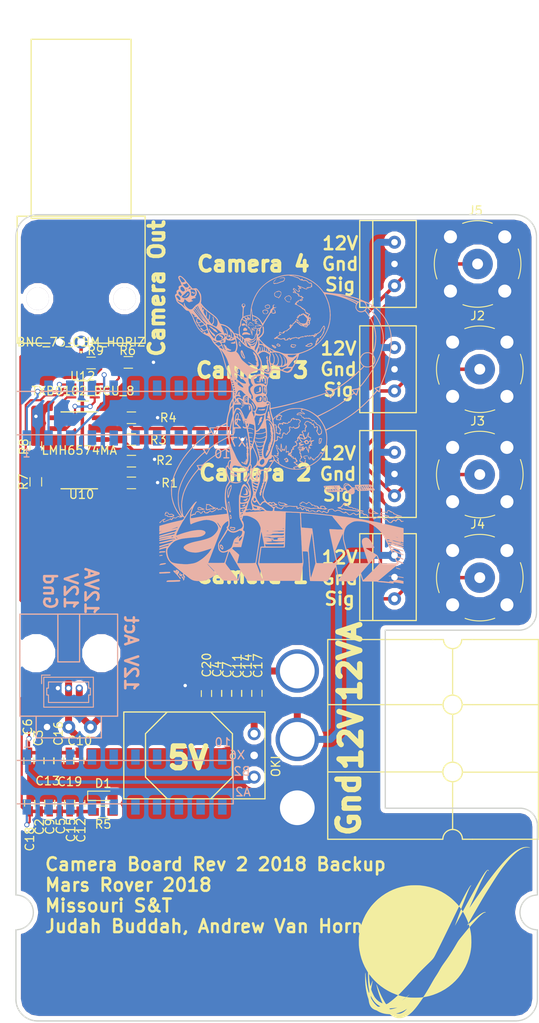
<source format=kicad_pcb>
(kicad_pcb (version 4) (host pcbnew 4.0.7)
  (layers (0 F.Cu signal) (31 B.Cu signal) (34 B.Paste user) (35 F.Paste user) (36 B.SilkS user) (37 F.SilkS user) (38 B.Mask user) (39 F.Mask user) (44 Edge.Cuts user))
  (net 0 "")
  (net 1 12VA)
  (net 2 12V)
  (net 3 Gnd)
  (net 4 3.3V)
  (net 5 5V)
  (net 6 "Net-(D1-Pad2)")
  (net 7 Camera1_In)
  (net 8 Camera2_In)
  (net 9 Camera3_In)
  (net 10 Camera4_In)
  (net 11 OE)
  (net 12 "Net-(R7-Pad1)")
  (net 13 "Net-(R7-Pad2)")
  (net 14 Video_Out)
  (net 15 A1)
  (net 16 A2)
  (net 17 B1)
  (net 18 B2)
  (module MRDT_Connectors:Anderson_3_Horisontal_Side_by_Side (layer F.Cu) (at 146.3294 163.577 180)
    (fp_text reference C8 hide)
    (fp_text value Anderson_3)
    (pad 3 thru_hole circle (at 3.5814 -3.684 180) (size 5.08 5.08) (drill 4.06) (layers *.Cu *.Mask F.Paste) (net 1 12VA))
    (pad 2 thru_hole circle (at 3.5814 -11.683 180) (size 5.08 5.08) (drill 4.06) (layers *.Cu *.Mask F.Paste) (net 2 12V))
    (pad 1 thru_hole circle (at 3.5814 -19.684 180) (size 5.08 5.08) (drill 4.06) (layers *.Cu *.Mask F.Paste) (net 3 Gnd))
  )
  (module MRDT_Devices:OKI_Horisontal (layer F.Cu) (at 138.97356 172.05452 270)
    (fp_text reference U9 hide)
    (fp_text value OKI (at 6.35 -1.27 270) (layer F.SilkS))
    (pad 1 thru_hole circle (at 2.54 1.27 270) (size 1.524 1.524) (drill 0.889) (layers *.Cu *.Mask) (net 2 12V))
    (pad 2 thru_hole circle (at 5.08 1.27 270) (size 1.524 1.524) (drill 0.889) (layers *.Cu *.Mask) (net 3 Gnd))
    (pad 3 thru_hole circle (at 7.62 1.27 270) (size 1.524 1.524) (drill 0.889) (layers *.Cu *.Mask) (net 5 5V))
  )
  (module MRDT_Connectors:MOLEX_SL_3_Horizontal (layer B.Cu) (at 116.0272 173.8122 180)
    (fp_text reference U13 hide)
    (fp_text value Molex_SL_3)
    (pad 1 thru_hole circle (at -2.54 0 180) (size 1.524 1.524) (drill 0.762) (layers *.Cu *.Mask) (net 1 12VA))
    (pad 2 thru_hole circle (at 0 0 180) (size 1.524 1.524) (drill 0.762) (layers *.Cu *.Mask) (net 2 12V))
    (pad 3 thru_hole circle (at 2.54 0 180) (size 1.524 1.524) (drill 0.762) (layers *.Cu *.Mask) (net 3 Gnd))
    (pad "" np_thru_hole circle (at -3.81 8.636 180) (size 3.45 3.45) (drill 3.45) (layers *.Cu *.Mask))
    (pad "" np_thru_hole circle (at 3.81 8.636 180) (size 3.45 3.45) (drill 3.45) (layers *.Cu *.Mask))
  )
  (module Connectors_Molex:Molex_PicoBlade_53047-0310_03x1.25mm_Straight (layer B.Cu) (at 114.7572 169.2656)
    (fp_text reference U14 hide)
    (fp_text value Picoblade_3)
    (pad 1 thru_hole rect (at 0 0) (size 0.85 0.85) (drill 0.5) (layers *.Cu *.Mask) (net 3 Gnd))
    (pad 2 thru_hole circle (at 1.25 0) (size 0.85 0.85) (drill 0.5) (layers *.Cu *.Mask) (net 2 12V))
    (pad 3 thru_hole circle (at 2.5 0) (size 0.85 0.85) (drill 0.5) (layers *.Cu *.Mask) (net 1 12VA))
  )
  (module Capacitors_SMD:C_0603_HandSoldering (layer F.Cu) (at 112.63122 182.73014 90)
    (fp_text reference C2 (at -2.75336 -0.02032 90) (layer F.SilkS))
    (fp_text value 10uf)
    (pad 1 smd rect (at -0.95 0 90) (size 1.2 0.75) (layers F.Cu F.Paste F.Mask) (net 4 3.3V))
    (pad 2 smd rect (at 0.95 0 90) (size 1.2 0.75) (layers F.Cu F.Paste F.Mask) (net 3 Gnd))
  )
  (module Capacitors_SMD:C_0603_HandSoldering (layer F.Cu) (at 112.55248 177.76698 270)
    (fp_text reference C3 (at -2.67208 0.06858 270) (layer F.SilkS))
    (fp_text value 10uf)
    (pad 1 smd rect (at -0.95 0 270) (size 1.2 0.75) (layers F.Cu F.Paste F.Mask) (net 5 5V))
    (pad 2 smd rect (at 0.95 0 270) (size 1.2 0.75) (layers F.Cu F.Paste F.Mask) (net 3 Gnd))
  )
  (module Capacitors_SMD:C_0603_HandSoldering (layer F.Cu) (at 133.3246 169.8752 90)
    (fp_text reference C4 (at 2.8448 0.0508 90) (layer F.SilkS))
    (fp_text value 10uf)
    (pad 1 smd rect (at -0.95 0 90) (size 1.2 0.75) (layers F.Cu F.Paste F.Mask) (net 2 12V))
    (pad 2 smd rect (at 0.95 0 90) (size 1.2 0.75) (layers F.Cu F.Paste F.Mask) (net 3 Gnd))
  )
  (module Capacitors_SMD:C_0603_HandSoldering (layer F.Cu) (at 114.96802 182.73014 90)
    (fp_text reference C5 (at -2.67716 0.11938 90) (layer F.SilkS))
    (fp_text value 10uf)
    (pad 1 smd rect (at -0.95 0 90) (size 1.2 0.75) (layers F.Cu F.Paste F.Mask) (net 4 3.3V))
    (pad 2 smd rect (at 0.95 0 90) (size 1.2 0.75) (layers F.Cu F.Paste F.Mask) (net 3 Gnd))
  )
  (module Capacitors_SMD:C_0603_HandSoldering (layer F.Cu) (at 111.38408 177.76698 270)
    (fp_text reference C6 (at -3.98018 0.15748 270) (layer F.SilkS))
    (fp_text value 10uf)
    (pad 1 smd rect (at -0.95 0 270) (size 1.2 0.75) (layers F.Cu F.Paste F.Mask) (net 5 5V))
    (pad 2 smd rect (at 0.95 0 270) (size 1.2 0.75) (layers F.Cu F.Paste F.Mask) (net 3 Gnd))
  )
  (module Capacitors_SMD:C_0603_HandSoldering (layer F.Cu) (at 134.493 169.8752 90)
    (fp_text reference C7 (at 2.7686 0.0508 90) (layer F.SilkS))
    (fp_text value 10uf)
    (pad 1 smd rect (at -0.95 0 90) (size 1.2 0.75) (layers F.Cu F.Paste F.Mask) (net 2 12V))
    (pad 2 smd rect (at 0.95 0 90) (size 1.2 0.75) (layers F.Cu F.Paste F.Mask) (net 3 Gnd))
  )
  (module Capacitors_SMD:C_0603_HandSoldering (layer F.Cu) (at 113.79962 182.73014 90)
    (fp_text reference C9 (at -2.71526 0.03048 90) (layer F.SilkS))
    (fp_text value 10uf)
    (pad 1 smd rect (at -0.95 0 90) (size 1.2 0.75) (layers F.Cu F.Paste F.Mask) (net 4 3.3V))
    (pad 2 smd rect (at 0.95 0 90) (size 1.2 0.75) (layers F.Cu F.Paste F.Mask) (net 3 Gnd))
  )
  (module Capacitors_SMD:C_0603_HandSoldering (layer F.Cu) (at 117.20068 177.76698 270)
    (fp_text reference C10 (at -2.34188 -0.10922 360) (layer F.SilkS))
    (fp_text value 10uf)
    (pad 1 smd rect (at -0.95 0 270) (size 1.2 0.75) (layers F.Cu F.Paste F.Mask) (net 5 5V))
    (pad 2 smd rect (at 0.95 0 270) (size 1.2 0.75) (layers F.Cu F.Paste F.Mask) (net 3 Gnd))
  )
  (module Capacitors_SMD:C_0603_HandSoldering (layer F.Cu) (at 135.6614 169.8752 90)
    (fp_text reference C11 (at 3.2131 0.0635 90) (layer F.SilkS))
    (fp_text value 10uf)
    (pad 1 smd rect (at -0.95 0 90) (size 1.2 0.75) (layers F.Cu F.Paste F.Mask) (net 2 12V))
    (pad 2 smd rect (at 0.95 0 90) (size 1.2 0.75) (layers F.Cu F.Paste F.Mask) (net 3 Gnd))
  )
  (module Capacitors_SMD:C_0603_HandSoldering (layer F.Cu) (at 117.30482 182.75554 90)
    (fp_text reference C12 (at -3.13436 0.15748 90) (layer F.SilkS))
    (fp_text value 10uf)
    (pad 1 smd rect (at -0.95 0 90) (size 1.2 0.75) (layers F.Cu F.Paste F.Mask) (net 4 3.3V))
    (pad 2 smd rect (at 0.95 0 90) (size 1.2 0.75) (layers F.Cu F.Paste F.Mask) (net 3 Gnd))
  )
  (module Capacitors_SMD:C_0603_HandSoldering (layer F.Cu) (at 113.72088 177.76698 270)
    (fp_text reference C13 (at 2.35712 0.14478 360) (layer F.SilkS))
    (fp_text value 10uf)
    (pad 1 smd rect (at -0.95 0 270) (size 1.2 0.75) (layers F.Cu F.Paste F.Mask) (net 5 5V))
    (pad 2 smd rect (at 0.95 0 270) (size 1.2 0.75) (layers F.Cu F.Paste F.Mask) (net 3 Gnd))
  )
  (module Capacitors_SMD:C_0603_HandSoldering (layer F.Cu) (at 136.8298 169.8752 90)
    (fp_text reference C14 (at 3.2131 0.0762 90) (layer F.SilkS))
    (fp_text value 10uf)
    (pad 1 smd rect (at -0.95 0 90) (size 1.2 0.75) (layers F.Cu F.Paste F.Mask) (net 2 12V))
    (pad 2 smd rect (at 0.95 0 90) (size 1.2 0.75) (layers F.Cu F.Paste F.Mask) (net 3 Gnd))
  )
  (module Capacitors_SMD:C_0603_HandSoldering (layer F.Cu) (at 116.13642 182.73014 90)
    (fp_text reference C15 (at -3.12166 0.14478 90) (layer F.SilkS))
    (fp_text value 10uf)
    (pad 1 smd rect (at -0.95 0 90) (size 1.2 0.75) (layers F.Cu F.Paste F.Mask) (net 4 3.3V))
    (pad 2 smd rect (at 0.95 0 90) (size 1.2 0.75) (layers F.Cu F.Paste F.Mask) (net 3 Gnd))
  )
  (module Capacitors_SMD:C_0603_HandSoldering (layer F.Cu) (at 114.86388 177.76698 270)
    (fp_text reference C16 (at -3.20548 0.04318 270) (layer F.SilkS))
    (fp_text value 10uf)
    (pad 1 smd rect (at -0.95 0 270) (size 1.2 0.75) (layers F.Cu F.Paste F.Mask) (net 5 5V))
    (pad 2 smd rect (at 0.95 0 270) (size 1.2 0.75) (layers F.Cu F.Paste F.Mask) (net 3 Gnd))
  )
  (module Capacitors_SMD:C_0603_HandSoldering (layer F.Cu) (at 138.0236 169.8752 90)
    (fp_text reference C17 (at 3.2385 0.127 90) (layer F.SilkS))
    (fp_text value 10uf)
    (pad 1 smd rect (at -0.95 0 90) (size 1.2 0.75) (layers F.Cu F.Paste F.Mask) (net 2 12V))
    (pad 2 smd rect (at 0.95 0 90) (size 1.2 0.75) (layers F.Cu F.Paste F.Mask) (net 3 Gnd))
  )
  (module Capacitors_SMD:C_0603_HandSoldering (layer F.Cu) (at 111.46282 182.73014 90)
    (fp_text reference C18 (at -4.18846 0.00508 90) (layer F.SilkS))
    (fp_text value 0.1uf)
    (pad 1 smd rect (at -0.95 0 90) (size 1.2 0.75) (layers F.Cu F.Paste F.Mask) (net 4 3.3V))
    (pad 2 smd rect (at 0.95 0 90) (size 1.2 0.75) (layers F.Cu F.Paste F.Mask) (net 3 Gnd))
  )
  (module Capacitors_SMD:C_0603_HandSoldering (layer F.Cu) (at 116.03228 177.76698 270)
    (fp_text reference C19 (at 2.44602 -0.12192 360) (layer F.SilkS))
    (fp_text value 0.1uf)
    (pad 1 smd rect (at -0.95 0 270) (size 1.2 0.75) (layers F.Cu F.Paste F.Mask) (net 5 5V))
    (pad 2 smd rect (at 0.95 0 270) (size 1.2 0.75) (layers F.Cu F.Paste F.Mask) (net 3 Gnd))
  )
  (module Capacitors_SMD:C_0603_HandSoldering (layer F.Cu) (at 132.1308 169.9006 90)
    (fp_text reference C20 (at 3.3401 0.0254 270) (layer F.SilkS))
    (fp_text value 0.1uf)
    (pad 1 smd rect (at -0.95 0 90) (size 1.2 0.75) (layers F.Cu F.Paste F.Mask) (net 2 12V))
    (pad 2 smd rect (at 0.95 0 90) (size 1.2 0.75) (layers F.Cu F.Paste F.Mask) (net 3 Gnd))
  )
  (module LEDs:LED_0603_HandSoldering (layer F.Cu) (at 120.0453 181.864)
    (fp_text reference D1 (at 0 -1.45) (layer F.SilkS))
    (fp_text value LED)
    (pad 1 smd rect (at -1.1 0) (size 1.2 0.9) (layers F.Cu F.Paste F.Mask) (net 3 Gnd))
    (pad 2 smd rect (at 1.1 0) (size 1.2 0.9) (layers F.Cu F.Paste F.Mask) (net 6 "Net-(D1-Pad2)"))
  )
  (module BNC-75-Ohm-HORIZONTAL:BNC-75-Ohm-HORIZONTAL-1-1478032-0 (layer F.Cu) (at 117.475 128.778)
    (fp_text reference J1 (at 0 0) (layer F.SilkS))
    (fp_text value BNC_75_OHM_HORIZ (at 0 0) (layer F.SilkS))
    (pad 1 thru_hole circle (at 0 0) (size 1.524 1.524) (drill 0.889) (layers *.Cu *.Mask) (net 14 Video_Out))
    (pad 2 thru_hole circle (at -2.54 0) (size 1.524 1.524) (drill 0.889) (layers *.Cu *.Mask) (net 3 Gnd))
    (pad 3 thru_hole circle (at -5.08 -5.08) (size 2.6416 2.6416) (drill 2.6416) (layers *.Cu *.Mask))
    (pad 4 thru_hole circle (at 5.08 -5.08) (size 2.6416 2.6416) (drill 2.6416) (layers *.Cu *.Mask))
  )
  (module Resistors_SMD:R_0603_HandSoldering (layer F.Cu) (at 123.3551 145.2499)
    (fp_text reference R1 (at 4.4704 0.0127) (layer F.SilkS))
    (fp_text value 75)
    (pad 1 smd rect (at -1.1 0) (size 1.2 0.9) (layers F.Cu F.Paste F.Mask) (net 7 Camera1_In))
    (pad 2 smd rect (at 1.1 0) (size 1.2 0.9) (layers F.Cu F.Paste F.Mask) (net 3 Gnd))
  )
  (module Resistors_SMD:R_0603_HandSoldering (layer F.Cu) (at 123.3551 142.7099)
    (fp_text reference R2 (at 3.8735 -0.0889) (layer F.SilkS))
    (fp_text value 75)
    (pad 1 smd rect (at -1.1 0) (size 1.2 0.9) (layers F.Cu F.Paste F.Mask) (net 8 Camera2_In))
    (pad 2 smd rect (at 1.1 0) (size 1.2 0.9) (layers F.Cu F.Paste F.Mask) (net 3 Gnd))
  )
  (module Resistors_SMD:R_0603_HandSoldering (layer F.Cu) (at 123.3551 140.1699)
    (fp_text reference R3 (at 3.1369 0.0254) (layer F.SilkS))
    (fp_text value 75)
    (pad 1 smd rect (at -1.1 0) (size 1.2 0.9) (layers F.Cu F.Paste F.Mask) (net 9 Camera3_In))
    (pad 2 smd rect (at 1.1 0) (size 1.2 0.9) (layers F.Cu F.Paste F.Mask) (net 3 Gnd))
  )
  (module Resistors_SMD:R_0603_HandSoldering (layer F.Cu) (at 123.3551 137.6299)
    (fp_text reference R4 (at 4.3053 0) (layer F.SilkS))
    (fp_text value 75)
    (pad 1 smd rect (at -1.1 0) (size 1.2 0.9) (layers F.Cu F.Paste F.Mask) (net 10 Camera4_In))
    (pad 2 smd rect (at 1.1 0) (size 1.2 0.9) (layers F.Cu F.Paste F.Mask) (net 3 Gnd))
  )
  (module Resistors_SMD:R_0603_HandSoldering (layer F.Cu) (at 120.0453 183.7436 180)
    (fp_text reference R5 (at 0 -1.45 180) (layer F.SilkS))
    (fp_text value 330)
    (pad 1 smd rect (at -1.1 0 180) (size 1.2 0.9) (layers F.Cu F.Paste F.Mask) (net 6 "Net-(D1-Pad2)"))
    (pad 2 smd rect (at 1.1 0 180) (size 1.2 0.9) (layers F.Cu F.Paste F.Mask) (net 4 3.3V))
  )
  (module Resistors_SMD:R_0603_HandSoldering (layer F.Cu) (at 122.99188 131.15036 180)
    (fp_text reference R6 (at 0.08128 1.38176 180) (layer F.SilkS))
    (fp_text value 100k)
    (pad 1 smd rect (at -1.1 0 180) (size 1.2 0.9) (layers F.Cu F.Paste F.Mask) (net 3 Gnd))
    (pad 2 smd rect (at 1.1 0 180) (size 1.2 0.9) (layers F.Cu F.Paste F.Mask) (net 4 3.3V))
  )
  (module Resistors_SMD:R_0603_HandSoldering (layer F.Cu) (at 112.1791 145.1229 90)
    (fp_text reference R7 (at 0 -1.45 90) (layer F.SilkS))
    (fp_text value 470)
    (pad 1 smd rect (at -1.1 0 90) (size 1.2 0.9) (layers F.Cu F.Paste F.Mask) (net 12 "Net-(R7-Pad1)"))
    (pad 2 smd rect (at 1.1 0 90) (size 1.2 0.9) (layers F.Cu F.Paste F.Mask) (net 13 "Net-(R7-Pad2)"))
  )
  (module Resistors_SMD:R_0603_HandSoldering (layer F.Cu) (at 112.1791 140.9319 90)
    (fp_text reference R8 (at -0.0889 -1.3843 270) (layer F.SilkS))
    (fp_text value 470)
    (pad 1 smd rect (at -1.1 0 90) (size 1.2 0.9) (layers F.Cu F.Paste F.Mask) (net 13 "Net-(R7-Pad2)"))
    (pad 2 smd rect (at 1.1 0 90) (size 1.2 0.9) (layers F.Cu F.Paste F.Mask) (net 3 Gnd))
  )
  (module Resistors_SMD:R_0603_HandSoldering (layer F.Cu) (at 118.6434 131.2164 180)
    (fp_text reference R9 (at -0.5334 1.4478 180) (layer F.SilkS))
    (fp_text value 75)
    (pad 1 smd rect (at -1.1 0 180) (size 1.2 0.9) (layers F.Cu F.Paste F.Mask) (net 12 "Net-(R7-Pad1)"))
    (pad 2 smd rect (at 1.1 0 180) (size 1.2 0.9) (layers F.Cu F.Paste F.Mask) (net 14 Video_Out))
  )
  (module LMH6574MANOPB:LMH6574MA&slash_NOPB (layer F.Cu) (at 117.2591 141.4399 180)
    (fp_text reference U10 (at -0.2667 -5.1689 180) (layer F.SilkS))
    (fp_text value LMH6574MA (at 0 0 180) (layer F.SilkS))
    (pad 1 smd rect (at -2.4638 -3.81 180) (size 1.9812 0.5588) (layers F.Cu F.Paste F.Mask) (net 7 Camera1_In))
    (pad 2 smd rect (at -2.4638 -2.54 180) (size 1.9812 0.5588) (layers F.Cu F.Paste F.Mask) (net 3 Gnd))
    (pad 3 smd rect (at -2.4638 -1.27 180) (size 1.9812 0.5588) (layers F.Cu F.Paste F.Mask) (net 8 Camera2_In))
    (pad 4 smd rect (at -2.4638 0 180) (size 1.9812 0.5588) (layers F.Cu F.Paste F.Mask) (net 3 Gnd))
    (pad 5 smd rect (at -2.4638 1.27 180) (size 1.9812 0.5588) (layers F.Cu F.Paste F.Mask) (net 9 Camera3_In))
    (pad 6 smd rect (at -2.4638 2.54 180) (size 1.9812 0.5588) (layers F.Cu F.Paste F.Mask) (net 3 Gnd))
    (pad 7 smd rect (at -2.4638 3.81 180) (size 1.9812 0.5588) (layers F.Cu F.Paste F.Mask) (net 10 Camera4_In))
    (pad 8 smd rect (at 2.4638 3.81 180) (size 1.9812 0.5588) (layers F.Cu F.Paste F.Mask) (net 17 B1))
    (pad 9 smd rect (at 2.4638 2.54 180) (size 1.9812 0.5588) (layers F.Cu F.Paste F.Mask) (net 18 B2))
    (pad 10 smd rect (at 2.4638 1.27 180) (size 1.9812 0.5588) (layers F.Cu F.Paste F.Mask) (net 3 Gnd))
    (pad 11 smd rect (at 2.4638 0 180) (size 1.9812 0.5588) (layers F.Cu F.Paste F.Mask) (net 3 Gnd))
    (pad 12 smd rect (at 2.4638 -1.27 180) (size 1.9812 0.5588) (layers F.Cu F.Paste F.Mask) (net 13 "Net-(R7-Pad2)"))
    (pad 13 smd rect (at 2.4638 -2.54 180) (size 1.9812 0.5588) (layers F.Cu F.Paste F.Mask) (net 12 "Net-(R7-Pad1)"))
    (pad 14 smd rect (at 2.4638 -3.81 180) (size 1.9812 0.5588) (layers F.Cu F.Paste F.Mask) (net 2 12V))
  )
  (module TXB0102DCUR:TXB0102DCUR (layer F.Cu) (at 117.6909 134.493 180)
    (fp_text reference U12 (at 0.0381 1.7272 180) (layer F.SilkS))
    (fp_text value TXB0102_DCU_8 (at 0 0 180) (layer F.SilkS))
    (pad 1 smd rect (at -1.3716 -0.750001 180) (size 1.1684 0.254) (layers F.Cu F.Paste F.Mask) (net 18 B2))
    (pad 2 smd rect (at -1.3716 -0.25 180) (size 1.1684 0.254) (layers F.Cu F.Paste F.Mask) (net 3 Gnd))
    (pad 3 smd rect (at -1.3716 0.25 180) (size 1.1684 0.254) (layers F.Cu F.Paste F.Mask) (net 4 3.3V))
    (pad 4 smd rect (at -1.3716 0.750001 180) (size 1.1684 0.254) (layers F.Cu F.Paste F.Mask) (net 16 A2))
    (pad 5 smd rect (at 1.3716 0.750001 180) (size 1.1684 0.254) (layers F.Cu F.Paste F.Mask) (net 15 A1))
    (pad 6 smd rect (at 1.3716 0.25 180) (size 1.1684 0.254) (layers F.Cu F.Paste F.Mask) (net 11 OE))
    (pad 7 smd rect (at 1.3716 -0.25 180) (size 1.1684 0.254) (layers F.Cu F.Paste F.Mask) (net 5 5V))
    (pad 8 smd rect (at 1.3716 -0.750001 180) (size 1.1684 0.254) (layers F.Cu F.Paste F.Mask) (net 17 B1))
  )
  (module MRDT_Shields:TM4C129E_Launchpad_X7_Bottom_SMD (layer F.Cu) (at 112.395 208.2038)
    (fp_text reference U11 hide)
    (fp_text value TM4C129E_Launchpad_X7 hide)
    (fp_text user 1 (at -1.2954 -66.4464) (layer B.SilkS) (effects (justify mirror)))
    (fp_text user 10 (at 21.59 -66.3448) (layer B.SilkS) (effects (justify mirror)))
    (fp_text user 1 (at -1.2192 -32.4866) (layer B.SilkS) (effects (justify mirror)))
    (fp_text user X7 (at 23.4188 -67.7164) (layer B.SilkS) (effects (justify mirror)))
    (fp_text user X6 (at 23.2918 -31.115) (layer B.SilkS) (effects (justify mirror)))
    (fp_text user C2 (at 23.876 -69.85) (layer B.SilkS) (effects (justify mirror)))
    (fp_text user D2 (at 23.876 -72.644) (layer B.SilkS) (effects (justify mirror)))
    (fp_text user B2 (at 23.876 -29.21) (layer B.SilkS) (effects (justify mirror)))
    (fp_text user A2 (at 24.003 -26.797) (layer B.SilkS) (effects (justify mirror)))
    (fp_text user 10 (at 21.6408 -32.5882) (layer B.SilkS) (effects (justify mirror)))
    (pad PN4 smd rect (at 21.59 -25.0317) (size 0.9906 1.778) (layers B.Cu B.Paste B.Mask))
    (pad GND smd rect (at -1.27 -74.0537) (size 0.9906 1.778) (layers B.Cu B.Paste B.Mask) (net 3 Gnd))
    (pad PG1 smd rect (at -1.27 -68.2117) (size 0.9906 1.778) (layers B.Cu B.Paste B.Mask) (net 11 OE))
    (pad +5V smd rect (at -1.27 -30.8737) (size 0.9906 1.778) (layers B.Cu B.Paste B.Mask) (net 5 5V))
    (pad +3V3 smd rect (at -1.27 -25.0317) (size 0.9906 1.778) (layers B.Cu B.Paste B.Mask) (net 4 3.3V))
    (pad PM7 smd rect (at 1.27 -74.0537) (size 0.9906 1.778) (layers B.Cu B.Paste B.Mask))
    (pad PP5 smd rect (at 3.81 -74.0537) (size 0.9906 1.778) (layers B.Cu B.Paste B.Mask))
    (pad PA7 smd rect (at 6.35 -74.0537) (size 0.9906 1.778) (layers B.Cu B.Paste B.Mask))
    (pad Rese smd rect (at 8.89 -74.0537) (size 0.9906 1.778) (layers B.Cu B.Paste B.Mask))
    (pad PQ2 smd rect (at 11.43 -74.0537) (size 0.9906 1.778) (layers B.Cu B.Paste B.Mask))
    (pad PQ3 smd rect (at 13.97 -74.0537) (size 0.9906 1.778) (layers B.Cu B.Paste B.Mask))
    (pad PP3 smd rect (at 16.51 -74.0537) (size 0.9906 1.778) (layers B.Cu B.Paste B.Mask))
    (pad PQ1 smd rect (at 19.05 -74.0537) (size 0.9906 1.778) (layers B.Cu B.Paste B.Mask))
    (pad PM6 smd rect (at 21.59 -74.0537) (size 0.9906 1.778) (layers B.Cu B.Paste B.Mask))
    (pad PK4 smd rect (at 1.27 -68.2117) (size 0.9906 1.778) (layers B.Cu B.Paste B.Mask) (net 15 A1))
    (pad PK5 smd rect (at 3.81 -68.2117) (size 0.9906 1.778) (layers B.Cu B.Paste B.Mask) (net 16 A2))
    (pad PM0 smd rect (at 6.35 -68.2117) (size 0.9906 1.778) (layers B.Cu B.Paste B.Mask))
    (pad PM1 smd rect (at 8.89 -68.2117) (size 0.9906 1.778) (layers B.Cu B.Paste B.Mask))
    (pad PM2 smd rect (at 11.43 -68.2117) (size 0.9906 1.778) (layers B.Cu B.Paste B.Mask))
    (pad PH0 smd rect (at 13.97 -68.2117) (size 0.9906 1.778) (layers B.Cu B.Paste B.Mask))
    (pad PH1 smd rect (at 16.51 -68.2117) (size 0.9906 1.778) (layers B.Cu B.Paste B.Mask))
    (pad PK6 smd rect (at 19.05 -68.2117) (size 0.9906 1.778) (layers B.Cu B.Paste B.Mask))
    (pad PK7 smd rect (at 21.59 -68.2117) (size 0.9906 1.778) (layers B.Cu B.Paste B.Mask))
    (pad GND smd rect (at 1.27 -30.8737) (size 0.9906 1.778) (layers B.Cu B.Paste B.Mask) (net 3 Gnd))
    (pad PB4 smd rect (at 3.81 -30.8737) (size 0.9906 1.778) (layers B.Cu B.Paste B.Mask))
    (pad PB5 smd rect (at 6.35 -30.8737) (size 0.9906 1.778) (layers B.Cu B.Paste B.Mask))
    (pad PK0 smd rect (at 8.89 -30.8737) (size 0.9906 1.778) (layers B.Cu B.Paste B.Mask))
    (pad PK1 smd rect (at 11.43 -30.8737) (size 0.9906 1.778) (layers B.Cu B.Paste B.Mask))
    (pad PK2 smd rect (at 13.97 -30.8737) (size 0.9906 1.778) (layers B.Cu B.Paste B.Mask))
    (pad PK3 smd rect (at 16.51 -30.8737) (size 0.9906 1.778) (layers B.Cu B.Paste B.Mask))
    (pad PA5 smd rect (at 21.59 -30.8737) (size 0.9906 1.778) (layers B.Cu B.Paste B.Mask))
    (pad PD2 smd rect (at 1.27 -25.0317) (size 0.9906 1.778) (layers B.Cu B.Paste B.Mask))
    (pad PP0 smd rect (at 3.81 -25.0317) (size 0.9906 1.778) (layers B.Cu B.Paste B.Mask))
    (pad PP1 smd rect (at 6.35 -25.0317) (size 0.9906 1.778) (layers B.Cu B.Paste B.Mask))
    (pad PD4 smd rect (at 8.89 -25.0317) (size 0.9906 1.778) (layers B.Cu B.Paste B.Mask))
    (pad PD5 smd rect (at 11.43 -25.0317) (size 0.9906 1.778) (layers B.Cu B.Paste B.Mask))
    (pad PQ0 smd rect (at 13.97 -25.0317) (size 0.9906 1.778) (layers B.Cu B.Paste B.Mask))
    (pad PP4 smd rect (at 16.51 -25.0317) (size 0.9906 1.778) (layers B.Cu B.Paste B.Mask))
    (pad PN5 smd rect (at 19.05 -25.0317) (size 0.9906 1.778) (layers B.Cu B.Paste B.Mask))
    (pad PA4 smd rect (at 19.05 -30.8737) (size 0.9906 1.778) (layers B.Cu B.Paste B.Mask))
  )
  (module MRDT_Silkscreens:Atlas_Logo_28.6mmX37.3mm (layer B.Cu) (at 140.9065 138.5697 180)
    (fp_text reference G*** hide)
    (fp_text value LOGO hide)
  )
  (module MRDT_Silkscreens:MRDT_Logo_20mm (layer F.Cu) (at 159.9565 197.866)
    (fp_text reference G*** hide)
    (fp_text value LOGO hide)
  )
  (module Connectors:bnc-ci (layer F.Cu) (at 164.084 131.953)
    (fp_text reference J2 (at -0.25 -6.25) (layer F.SilkS))
    (fp_text value BNC_75_OHM_HORIZ)
    (pad 2 thru_hole circle (at -3.175 -3.175) (size 3.81 3.81) (drill 1.524) (layers *.Cu *.Mask) (net 3 Gnd))
    (pad 1 thru_hole circle (at 0 0) (size 3.556 3.556) (drill 1.27) (layers *.Cu *.Mask) (net 9 Camera3_In))
    (pad 2 thru_hole circle (at 3.175 -3.175) (size 3.81 3.81) (drill 1.524) (layers *.Cu *.Mask) (net 3 Gnd))
    (pad 2 thru_hole circle (at -3.175 3.175) (size 3.81 3.81) (drill 1.524) (layers *.Cu *.Mask) (net 3 Gnd))
    (pad 2 thru_hole circle (at 3.175 3.175) (size 3.81 3.81) (drill 1.524) (layers *.Cu *.Mask) (net 3 Gnd))
  )
  (module Connectors:bnc-ci (layer F.Cu) (at 164.084 144.272)
    (fp_text reference J3 (at -0.25 -6.25) (layer F.SilkS))
    (fp_text value BNC_75_OHM_HORIZ)
    (pad 2 thru_hole circle (at -3.175 -3.175) (size 3.81 3.81) (drill 1.524) (layers *.Cu *.Mask) (net 3 Gnd))
    (pad 1 thru_hole circle (at 0 0) (size 3.556 3.556) (drill 1.27) (layers *.Cu *.Mask) (net 8 Camera2_In))
    (pad 2 thru_hole circle (at 3.175 -3.175) (size 3.81 3.81) (drill 1.524) (layers *.Cu *.Mask) (net 3 Gnd))
    (pad 2 thru_hole circle (at -3.175 3.175) (size 3.81 3.81) (drill 1.524) (layers *.Cu *.Mask) (net 3 Gnd))
    (pad 2 thru_hole circle (at 3.175 3.175) (size 3.81 3.81) (drill 1.524) (layers *.Cu *.Mask) (net 3 Gnd))
  )
  (module Connectors:bnc-ci (layer F.Cu) (at 164.084 156.337)
    (fp_text reference J4 (at -0.25 -6.25) (layer F.SilkS))
    (fp_text value BNC_75_OHM_HORIZ)
    (pad 2 thru_hole circle (at -3.175 -3.175) (size 3.81 3.81) (drill 1.524) (layers *.Cu *.Mask) (net 3 Gnd))
    (pad 1 thru_hole circle (at 0 0) (size 3.556 3.556) (drill 1.27) (layers *.Cu *.Mask) (net 7 Camera1_In))
    (pad 2 thru_hole circle (at 3.175 -3.175) (size 3.81 3.81) (drill 1.524) (layers *.Cu *.Mask) (net 3 Gnd))
    (pad 2 thru_hole circle (at -3.175 3.175) (size 3.81 3.81) (drill 1.524) (layers *.Cu *.Mask) (net 3 Gnd))
    (pad 2 thru_hole circle (at 3.175 3.175) (size 3.81 3.81) (drill 1.524) (layers *.Cu *.Mask) (net 3 Gnd))
  )
  (module Connectors:bnc-ci (layer F.Cu) (at 163.83 119.634)
    (fp_text reference J5 (at -0.25 -6.25) (layer F.SilkS))
    (fp_text value BNC_75_OHM_HORIZ)
    (pad 2 thru_hole circle (at -3.175 -3.175) (size 3.81 3.81) (drill 1.524) (layers *.Cu *.Mask) (net 3 Gnd))
    (pad 1 thru_hole circle (at 0 0) (size 3.556 3.556) (drill 1.27) (layers *.Cu *.Mask) (net 10 Camera4_In))
    (pad 2 thru_hole circle (at 3.175 -3.175) (size 3.81 3.81) (drill 1.524) (layers *.Cu *.Mask) (net 3 Gnd))
    (pad 2 thru_hole circle (at -3.175 3.175) (size 3.81 3.81) (drill 1.524) (layers *.Cu *.Mask) (net 3 Gnd))
    (pad 2 thru_hole circle (at 3.175 3.175) (size 3.81 3.81) (drill 1.524) (layers *.Cu *.Mask) (net 3 Gnd))
  )
  (module MRDT_Connectors:MOLEX_SL_3_Vertical (layer F.Cu) (at 151.5745 124.714 90)
    (fp_text reference U5 hide)
    (fp_text value Molex_SL_3)
    (pad 1 thru_hole circle (at 2.54 2.54 90) (size 1.524 1.524) (drill 0.762) (layers *.Cu *.Mask) (net 10 Camera4_In))
    (pad 2 thru_hole circle (at 5.08 2.54 90) (size 1.524 1.524) (drill 0.762) (layers *.Cu *.Mask) (net 3 Gnd))
    (pad 3 thru_hole circle (at 7.62 2.54 90) (size 1.524 1.524) (drill 0.762) (layers *.Cu *.Mask) (net 2 12V))
  )
  (module MRDT_Connectors:MOLEX_SL_3_Vertical (layer F.Cu) (at 151.5745 137.033 90)
    (fp_text reference U6 hide)
    (fp_text value Molex_SL_3)
    (pad 1 thru_hole circle (at 2.54 2.54 90) (size 1.524 1.524) (drill 0.762) (layers *.Cu *.Mask) (net 9 Camera3_In))
    (pad 2 thru_hole circle (at 5.08 2.54 90) (size 1.524 1.524) (drill 0.762) (layers *.Cu *.Mask) (net 3 Gnd))
    (pad 3 thru_hole circle (at 7.62 2.54 90) (size 1.524 1.524) (drill 0.762) (layers *.Cu *.Mask) (net 2 12V))
  )
  (module MRDT_Connectors:MOLEX_SL_3_Vertical (layer F.Cu) (at 151.5745 149.2885 90)
    (fp_text reference U7 hide)
    (fp_text value Molex_SL_3)
    (pad 1 thru_hole circle (at 2.54 2.54 90) (size 1.524 1.524) (drill 0.762) (layers *.Cu *.Mask) (net 8 Camera2_In))
    (pad 2 thru_hole circle (at 5.08 2.54 90) (size 1.524 1.524) (drill 0.762) (layers *.Cu *.Mask) (net 3 Gnd))
    (pad 3 thru_hole circle (at 7.62 2.54 90) (size 1.524 1.524) (drill 0.762) (layers *.Cu *.Mask) (net 2 12V))
  )
  (module MRDT_Connectors:MOLEX_SL_3_Vertical (layer F.Cu) (at 151.5745 161.3535 90)
    (fp_text reference U8 hide)
    (fp_text value Molex_SL_3)
    (pad 1 thru_hole circle (at 2.54 2.54 90) (size 1.524 1.524) (drill 0.762) (layers *.Cu *.Mask) (net 7 Camera1_In))
    (pad 2 thru_hole circle (at 5.08 2.54 90) (size 1.524 1.524) (drill 0.762) (layers *.Cu *.Mask) (net 3 Gnd))
    (pad 3 thru_hole circle (at 7.62 2.54 90) (size 1.524 1.524) (drill 0.762) (layers *.Cu *.Mask) (net 2 12V))
  )
  (gr_text "12VA\n" (at 148.9075 166.1795 90) (layer F.SilkS) (effects (font (size 2.54 2.54) (thickness 0.635))))
  (gr_text "Camera Board Rev 2 2018 Backup\nMars Rover 2018 \nMissouri S&T \nJudah Buddah, Andrew Van Horn" (at 113.0935 193.4972) (layer F.SilkS) (effects (font (size 1.5 1.5) (thickness 0.3)) (justify left)))
  (gr_text 5V (at 129.9718 177.4317) (layer F.SilkS) (effects (font (size 2.54 2.54) (thickness 0.635))))
  (gr_text "12VA\n12V\nGnd\n" (at 116.2558 157.9118 270) (layer B.SilkS) (effects (font (size 1.5 1.5) (thickness 0.3)) (justify mirror)))
  (gr_text "12V\nGnd\nSig" (at 147.7645 119.634) (layer F.SilkS) (effects (font (size 1.5 1.5) (thickness 0.3))))
  (gr_text "12V\nGnd\nSig" (at 147.574 131.953) (layer F.SilkS) (effects (font (size 1.5 1.5) (thickness 0.3))))
  (gr_text "12V\nGnd\nSig" (at 147.5105 144.2085) (layer F.SilkS) (effects (font (size 1.5 1.5) (thickness 0.3))))
  (gr_text "12V\nGnd\nSig" (at 147.701 156.4005) (layer F.SilkS) (effects (font (size 1.5 1.5) (thickness 0.3))))
  (gr_text Gnd (at 148.7805 182.88 90) (layer F.SilkS) (effects (font (size 2.54 2.54) (thickness 0.635))))
  (gr_text "12V\n" (at 149.0345 175.26 90) (layer F.SilkS) (effects (font (size 2.54 2.54) (thickness 0.635))))
  (gr_text "12V Act" (at 123.317 165.2016 270) (layer B.SilkS) (effects (font (size 1.5 1.5) (thickness 0.3)) (justify mirror)))
  (gr_text "Camera 4" (at 137.6045 119.634) (layer F.SilkS) (effects (font (size 1.778 1.778) (thickness 0.4445))))
  (gr_text "Camera 3" (at 137.4775 132.08) (layer F.SilkS) (effects (font (size 1.778 1.778) (thickness 0.4445))))
  (gr_text "Camera 2" (at 137.8585 144.0815) (layer F.SilkS) (effects (font (size 1.778 1.778) (thickness 0.4445))))
  (gr_text "Camera 1" (at 137.4775 156.083) (layer F.SilkS) (effects (font (size 1.778 1.778) (thickness 0.4445))))
  (gr_text "Camera Out" (at 126.3142 122.4915 90) (layer F.SilkS) (effects (font (size 1.778 1.778) (thickness 0.4445))))
  (gr_line (start 109.855 116.4336) (end 109.855 193.4718) (layer Edge.Cuts) (width 0.15))
  (gr_line (start 170.7134 116.4082) (end 170.7134 160.4264) (layer Edge.Cuts) (width 0.15))
  (gr_line (start 112.395 113.8682) (end 168.275 113.8682) (layer Edge.Cuts) (width 0.15))
  (gr_arc (start 112.395 116.4082) (end 109.855 116.4082) (angle 90) (layer Edge.Cuts) (width 0.15))
  (gr_arc (start 168.1734 116.4082) (end 168.1734 113.8682) (angle 90) (layer Edge.Cuts) (width 0.15))
  (gr_line (start 112.3696 208.2038) (end 168.3766 208.2038) (angle 90) (layer Edge.Cuts) (width 0.15))
  (gr_arc (start 112.3696 205.6892) (end 112.3696 208.2038) (angle 90) (layer Edge.Cuts) (width 0.15))
  (gr_line (start 109.855 197.5358) (end 109.855 205.7654) (angle 90) (layer Edge.Cuts) (width 0.15))
  (gr_arc (start 109.855 195.5038) (end 111.887 195.4784) (angle 90) (layer Edge.Cuts) (width 0.15))
  (gr_arc (start 109.855 195.5038) (end 109.855 193.4718) (angle 90) (layer Edge.Cuts) (width 0.15))
  (gr_arc (start 168.6814 160.4518) (end 170.7134 160.4264) (angle 90) (layer Edge.Cuts) (width 0.15))
  (gr_line (start 153.035 162.4838) (end 168.7068 162.4838) (angle 90) (layer Edge.Cuts) (width 0.15))
  (gr_line (start 153.035 183.3118) (end 153.035 162.4838) (angle 90) (layer Edge.Cuts) (width 0.15))
  (gr_line (start 168.91 183.3118) (end 153.035 183.3118) (angle 90) (layer Edge.Cuts) (width 0.15))
  (gr_arc (start 168.783 185.3438) (end 168.91 183.3118) (angle 90) (layer Edge.Cuts) (width 0.15))
  (gr_line (start 170.815 193.4464) (end 170.815 185.5216) (angle 90) (layer Edge.Cuts) (width 0.15))
  (gr_arc (start 170.815 195.5038) (end 168.783 195.5292) (angle 90) (layer Edge.Cuts) (width 0.15))
  (gr_arc (start 170.815 195.5038) (end 170.815 197.5358) (angle 90) (layer Edge.Cuts) (width 0.15))
  (gr_line (start 170.815 205.6638) (end 170.815 197.5358) (angle 90) (layer Edge.Cuts) (width 0.15))
  (gr_arc (start 168.275 205.6638) (end 170.815 205.6638) (angle 90) (layer Edge.Cuts) (width 0.15))
  (gr_line (start 112.4458 208.2038) (end 168.1988 208.2038) (angle 90) (layer Edge.Cuts) (width 0.15))
  (gr_arc (start 112.395 205.6638) (end 112.4458 208.2038) (angle 90) (layer Edge.Cuts) (width 0.15))
  (segment (start 118.5672 173.8122) (end 125.1184 167.261) (width 0.8128) (layer F.Cu) (net 1))
  (segment (start 125.1184 167.261) (end 142.748 167.261) (width 0.8128) (layer F.Cu) (net 1))
  (segment (start 118.5672 173.8122) (end 118.5672 173.69536) (width 0.8128) (layer F.Cu) (net 1))
  (segment (start 118.5672 173.69536) (end 117.2572 172.38536) (width 0.8128) (layer F.Cu) (net 1))
  (segment (start 117.2572 172.38536) (end 117.2572 169.2656) (width 0.8128) (layer F.Cu) (net 1))
  (segment (start 152.0825 153.7335) (end 149.0345 153.7335) (width 0.8128) (layer B.Cu) (net 2))
  (segment (start 149.0345 153.7335) (end 147.574 155.194) (width 0.8128) (layer B.Cu) (net 2))
  (segment (start 147.574 174.3075) (end 146.6215 175.26) (width 0.8128) (layer B.Cu) (net 2))
  (segment (start 147.574 155.194) (end 147.574 174.3075) (width 0.8128) (layer B.Cu) (net 2))
  (segment (start 146.6215 175.26) (end 142.748 175.26) (width 0.8128) (layer B.Cu) (net 2))
  (segment (start 138.0236 170.8252) (end 138.0592 170.7896) (width 0.8128) (layer F.Cu) (net 2))
  (segment (start 138.0592 170.7896) (end 141.869702 170.7896) (width 0.8128) (layer F.Cu) (net 2))
  (segment (start 141.869702 170.7896) (end 142.748 171.667898) (width 0.8128) (layer F.Cu) (net 2))
  (segment (start 142.748 171.667898) (end 142.748 175.26) (width 0.8128) (layer F.Cu) (net 2))
  (segment (start 152.0825 153.7335) (end 152.0825 141.6685) (width 0.8128) (layer B.Cu) (net 2))
  (segment (start 154.1145 153.7335) (end 153.03687 153.7335) (width 0.8128) (layer B.Cu) (net 2))
  (segment (start 153.03687 153.7335) (end 152.0825 153.7335) (width 0.8128) (layer B.Cu) (net 2))
  (segment (start 152.0825 141.6685) (end 152.0825 129.413) (width 0.8128) (layer B.Cu) (net 2))
  (segment (start 154.1145 141.6685) (end 153.03687 141.6685) (width 0.8128) (layer B.Cu) (net 2))
  (segment (start 153.03687 141.6685) (end 152.0825 141.6685) (width 0.8128) (layer B.Cu) (net 2))
  (segment (start 152.0825 129.413) (end 152.0825 117.2845) (width 0.8128) (layer B.Cu) (net 2))
  (segment (start 153.03687 129.413) (end 152.0825 129.413) (width 0.8128) (layer B.Cu) (net 2))
  (segment (start 154.1145 129.413) (end 153.03687 129.413) (width 0.8128) (layer B.Cu) (net 2))
  (segment (start 152.0825 117.2845) (end 152.273 117.094) (width 0.8128) (layer B.Cu) (net 2))
  (segment (start 152.273 117.094) (end 154.1145 117.094) (width 0.8128) (layer B.Cu) (net 2))
  (segment (start 116.0072 169.2656) (end 116.0072 167.4568) (width 0.8128) (layer F.Cu) (net 2))
  (segment (start 114.7953 160.5915) (end 114.7953 145.2499) (width 0.8128) (layer F.Cu) (net 2))
  (segment (start 116.5352 162.3314) (end 114.7953 160.5915) (width 0.8128) (layer F.Cu) (net 2))
  (segment (start 116.5352 166.9288) (end 116.5352 162.3314) (width 0.8128) (layer F.Cu) (net 2))
  (segment (start 116.0072 167.4568) (end 116.5352 166.9288) (width 0.8128) (layer F.Cu) (net 2))
  (segment (start 116.0272 173.8122) (end 116.0272 173.94682) (width 0.8128) (layer F.Cu) (net 2))
  (segment (start 116.0272 173.94682) (end 117.45468 175.3743) (width 0.8128) (layer F.Cu) (net 2))
  (segment (start 133.9215 175.3743) (end 137.70356 171.59224) (width 0.8128) (layer F.Cu) (net 2))
  (segment (start 117.45468 175.3743) (end 133.9215 175.3743) (width 0.8128) (layer F.Cu) (net 2))
  (segment (start 137.70356 174.59452) (end 137.70356 171.59224) (width 0.8128) (layer F.Cu) (net 2))
  (segment (start 137.70356 171.59224) (end 137.70356 171.14524) (width 0.8128) (layer F.Cu) (net 2))
  (segment (start 137.70356 171.14524) (end 138.0236 170.8252) (width 0.8128) (layer F.Cu) (net 2))
  (segment (start 116.0072 169.2656) (end 116.0072 173.7922) (width 0.8128) (layer F.Cu) (net 2))
  (segment (start 116.0072 173.7922) (end 116.0272 173.8122) (width 0.8128) (layer F.Cu) (net 2))
  (segment (start 132.1308 170.8506) (end 133.2992 170.8506) (width 0.8128) (layer F.Cu) (net 2))
  (segment (start 133.2992 170.8506) (end 133.3246 170.8252) (width 0.8128) (layer F.Cu) (net 2))
  (segment (start 133.3246 170.8252) (end 135.6614 170.8252) (width 0.8128) (layer F.Cu) (net 2))
  (segment (start 135.6614 170.8252) (end 136.8298 170.8252) (width 0.8128) (layer F.Cu) (net 2))
  (segment (start 136.8298 170.8252) (end 138.0236 170.8252) (width 0.8128) (layer F.Cu) (net 2))
  (segment (start 132.1308 168.9506) (end 129.6518 168.9506) (width 0.4064) (layer F.Cu) (net 3))
  (segment (start 129.6518 168.9506) (end 129.6416 168.9608) (width 0.4064) (layer F.Cu) (net 3))
  (via (at 129.6416 168.9608) (size 0.6) (drill 0.4) (layers F.Cu B.Cu) (net 3))
  (segment (start 124.09188 131.15036) (end 125.92304 131.15036) (width 0.254) (layer F.Cu) (net 3))
  (segment (start 125.92304 131.15036) (end 125.9332 131.1402) (width 0.254) (layer F.Cu) (net 3))
  (via (at 125.9332 131.1402) (size 0.6) (drill 0.4) (layers F.Cu B.Cu) (net 3))
  (segment (start 112.1791 139.8319) (end 112.1791 137.4775) (width 0.254) (layer F.Cu) (net 3))
  (segment (start 112.1791 137.4775) (end 112.1918 137.4648) (width 0.254) (layer F.Cu) (net 3))
  (via (at 112.1918 137.4648) (size 0.6) (drill 0.4) (layers F.Cu B.Cu) (net 3))
  (segment (start 124.4551 142.7099) (end 125.8443 142.7099) (width 0.4064) (layer F.Cu) (net 3))
  (segment (start 125.8443 142.7099) (end 126.0602 142.494) (width 0.4064) (layer F.Cu) (net 3))
  (via (at 126.0602 142.494) (size 0.6) (drill 0.4) (layers F.Cu B.Cu) (net 3))
  (segment (start 124.4551 142.7099) (end 125.4615 142.7099) (width 0.4064) (layer F.Cu) (net 3))
  (segment (start 124.4551 140.1699) (end 136.3345 140.1699) (width 0.4064) (layer F.Cu) (net 3))
  (segment (start 136.3345 140.1699) (end 136.3472 140.1572) (width 0.4064) (layer F.Cu) (net 3))
  (via (at 136.3472 140.1572) (size 0.6) (drill 0.4) (layers F.Cu B.Cu) (net 3))
  (segment (start 124.4551 137.6299) (end 126.4031 137.6299) (width 0.4064) (layer F.Cu) (net 3))
  (segment (start 126.4031 137.6299) (end 126.4158 137.6172) (width 0.4064) (layer F.Cu) (net 3))
  (via (at 126.4158 137.6172) (size 0.6) (drill 0.4) (layers F.Cu B.Cu) (net 3))
  (segment (start 124.4551 145.2499) (end 126.3777 145.2499) (width 0.4064) (layer F.Cu) (net 3))
  (segment (start 126.3777 145.2499) (end 126.4158 145.2118) (width 0.4064) (layer F.Cu) (net 3))
  (via (at 126.4158 145.2118) (size 0.6) (drill 0.4) (layers F.Cu B.Cu) (net 3))
  (segment (start 111.46282 183.68014) (end 112.63122 183.68014) (width 0.4064) (layer F.Cu) (net 4))
  (segment (start 112.63122 183.68014) (end 113.79962 183.68014) (width 0.4064) (layer F.Cu) (net 4))
  (segment (start 113.79962 183.68014) (end 114.96802 183.68014) (width 0.4064) (layer F.Cu) (net 4))
  (segment (start 114.96802 183.68014) (end 116.13642 183.68014) (width 0.4064) (layer F.Cu) (net 4))
  (segment (start 116.13642 183.68014) (end 116.16182 183.70554) (width 0.4064) (layer F.Cu) (net 4))
  (segment (start 116.16182 183.70554) (end 118.90724 183.70554) (width 0.4064) (layer F.Cu) (net 4))
  (segment (start 118.90724 183.70554) (end 118.9453 183.7436) (width 0.4064) (layer F.Cu) (net 4))
  (segment (start 111.46282 183.68014) (end 111.46282 184.9247) (width 0.254) (layer F.Cu) (net 4))
  (segment (start 111.125 185.25236) (end 111.125 183.1721) (width 0.254) (layer B.Cu) (net 4))
  (segment (start 111.13008 185.25744) (end 111.125 185.25236) (width 0.254) (layer B.Cu) (net 4))
  (via (at 111.13008 185.25744) (size 0.6) (drill 0.4) (layers F.Cu B.Cu) (net 4))
  (segment (start 111.46282 184.9247) (end 111.13008 185.25744) (width 0.254) (layer F.Cu) (net 4))
  (segment (start 121.89188 131.15036) (end 121.89188 133.02252) (width 0.254) (layer F.Cu) (net 4))
  (segment (start 120.6714 134.243) (end 119.0625 134.243) (width 0.254) (layer F.Cu) (net 4))
  (segment (start 121.89188 133.02252) (end 120.6714 134.243) (width 0.254) (layer F.Cu) (net 4))
  (segment (start 113.96726 126.90348) (end 118.96852 126.90348) (width 0.254) (layer F.Cu) (net 4))
  (segment (start 110.38078 130.48996) (end 113.96726 126.90348) (width 0.254) (layer F.Cu) (net 4))
  (segment (start 110.38078 136.10844) (end 110.38078 130.48996) (width 0.254) (layer F.Cu) (net 4))
  (segment (start 121.89188 129.82684) (end 121.89188 131.15036) (width 0.254) (layer F.Cu) (net 4))
  (segment (start 118.96852 126.90348) (end 121.89188 129.82684) (width 0.254) (layer F.Cu) (net 4))
  (segment (start 110.5281 159.1437) (end 110.5281 159.13862) (width 0.254) (layer F.Cu) (net 4))
  (segment (start 111.01582 183.68014) (end 110.53064 183.19496) (width 0.254) (layer F.Cu) (net 4))
  (segment (start 110.53064 183.19496) (end 110.53064 170.5356) (width 0.254) (layer F.Cu) (net 4))
  (segment (start 111.46282 183.68014) (end 111.01582 183.68014) (width 0.254) (layer F.Cu) (net 4))
  (segment (start 110.53064 170.38066) (end 114.6429 166.2684) (width 0.254) (layer F.Cu) (net 4))
  (segment (start 114.6429 166.2684) (end 114.6429 163.2585) (width 0.254) (layer F.Cu) (net 4))
  (segment (start 114.6429 163.2585) (end 110.5281 159.1437) (width 0.254) (layer F.Cu) (net 4))
  (segment (start 110.53064 170.5356) (end 110.53064 170.38066) (width 0.254) (layer F.Cu) (net 4))
  (segment (start 110.38078 158.9913) (end 110.38078 136.10844) (width 0.254) (layer F.Cu) (net 4))
  (segment (start 110.38078 136.10844) (end 110.38078 136.09828) (width 0.254) (layer F.Cu) (net 4))
  (segment (start 110.5281 159.13862) (end 110.38078 158.9913) (width 0.254) (layer F.Cu) (net 4))
  (segment (start 121.70664 131.3356) (end 121.89188 131.15036) (width 0.254) (layer F.Cu) (net 4))
  (segment (start 111.00562 157.97276) (end 111.00562 136.144) (width 0.254) (layer F.Cu) (net 5))
  (segment (start 112.70742 135.57758) (end 111.57204 135.57758) (width 0.254) (layer F.Cu) (net 5))
  (segment (start 111.57204 135.57758) (end 111.00562 136.144) (width 0.254) (layer F.Cu) (net 5))
  (segment (start 111.38408 175.1584) (end 111.38408 170.78452) (width 0.254) (layer F.Cu) (net 5))
  (segment (start 111.38408 170.78452) (end 115.5192 166.6494) (width 0.254) (layer F.Cu) (net 5))
  (segment (start 115.5192 166.6494) (end 115.5192 162.48634) (width 0.254) (layer F.Cu) (net 5))
  (segment (start 115.5192 162.48634) (end 111.00562 157.97276) (width 0.254) (layer F.Cu) (net 5))
  (segment (start 115.265297 134.99781) (end 115.520107 134.743) (width 0.254) (layer F.Cu) (net 5))
  (segment (start 115.520107 134.743) (end 116.3193 134.743) (width 0.254) (layer F.Cu) (net 5))
  (segment (start 113.28719 134.99781) (end 115.265297 134.99781) (width 0.254) (layer F.Cu) (net 5))
  (segment (start 112.70742 135.57758) (end 113.28719 134.99781) (width 0.254) (layer F.Cu) (net 5))
  (segment (start 111.125 177.3301) (end 111.125 179.0192) (width 0.4064) (layer B.Cu) (net 5))
  (segment (start 137.12698 180.2511) (end 137.70356 179.67452) (width 0.4064) (layer B.Cu) (net 5))
  (segment (start 112.3569 180.2511) (end 137.12698 180.2511) (width 0.4064) (layer B.Cu) (net 5))
  (segment (start 111.125 179.0192) (end 112.3569 180.2511) (width 0.4064) (layer B.Cu) (net 5))
  (segment (start 111.38408 176.81698) (end 112.55248 176.81698) (width 0.4064) (layer F.Cu) (net 5))
  (segment (start 112.55248 176.81698) (end 113.72088 176.81698) (width 0.4064) (layer F.Cu) (net 5))
  (segment (start 113.72088 176.81698) (end 114.86388 176.81698) (width 0.4064) (layer F.Cu) (net 5))
  (segment (start 114.86388 176.81698) (end 116.03228 176.81698) (width 0.4064) (layer F.Cu) (net 5))
  (segment (start 116.03228 176.81698) (end 117.20068 176.81698) (width 0.4064) (layer F.Cu) (net 5))
  (via (at 111.38408 175.1584) (size 0.6) (drill 0.4) (layers F.Cu B.Cu) (net 5))
  (segment (start 111.125 177.3301) (end 111.125 175.41748) (width 0.254) (layer B.Cu) (net 5))
  (segment (start 111.125 175.41748) (end 111.38408 175.1584) (width 0.254) (layer B.Cu) (net 5))
  (segment (start 116.3193 134.743) (end 115.64004 134.743) (width 0.254) (layer F.Cu) (net 5))
  (segment (start 111.38408 176.81698) (end 111.38408 175.1584) (width 0.254) (layer F.Cu) (net 5))
  (segment (start 121.1453 183.7436) (end 121.1453 181.864) (width 0.4064) (layer F.Cu) (net 6))
  (segment (start 152.4635 158.5595) (end 152.7175 158.8135) (width 0.4064) (layer F.Cu) (net 7))
  (segment (start 152.7175 158.8135) (end 154.1145 158.8135) (width 0.4064) (layer F.Cu) (net 7))
  (segment (start 152.4635 148.3995) (end 152.4635 158.5595) (width 0.4064) (layer F.Cu) (net 7))
  (segment (start 150.749 146.685) (end 152.4635 148.3995) (width 0.4064) (layer F.Cu) (net 7))
  (segment (start 123.6902 146.685) (end 150.749 146.685) (width 0.4064) (layer F.Cu) (net 7))
  (segment (start 154.1145 158.8135) (end 156.591 156.337) (width 0.4064) (layer F.Cu) (net 7))
  (segment (start 156.591 156.337) (end 164.084 156.337) (width 0.4064) (layer F.Cu) (net 7))
  (segment (start 123.6902 146.685) (end 122.2551 145.2499) (width 0.4064) (layer F.Cu) (net 7))
  (segment (start 122.2551 145.2499) (end 119.7229 145.2499) (width 0.4064) (layer F.Cu) (net 7))
  (segment (start 123.1187 143.5735) (end 150.9395 143.5735) (width 0.4064) (layer F.Cu) (net 8))
  (segment (start 150.9395 143.5735) (end 154.1145 146.7485) (width 0.4064) (layer F.Cu) (net 8))
  (segment (start 154.1145 146.7485) (end 156.591 144.272) (width 0.4064) (layer F.Cu) (net 8))
  (segment (start 156.591 144.272) (end 164.084 144.272) (width 0.4064) (layer F.Cu) (net 8))
  (segment (start 123.1187 143.5735) (end 122.2551 142.7099) (width 0.4064) (layer F.Cu) (net 8))
  (segment (start 119.7229 142.7099) (end 122.2551 142.7099) (width 0.4064) (layer F.Cu) (net 8))
  (segment (start 122.2551 140.1699) (end 123.54288 141.45768) (width 0.4064) (layer F.Cu) (net 9))
  (segment (start 123.54288 141.45768) (end 150.32482 141.45768) (width 0.4064) (layer F.Cu) (net 9))
  (segment (start 150.32482 141.45768) (end 151.7015 140.081) (width 0.4064) (layer F.Cu) (net 9))
  (segment (start 151.7015 140.081) (end 151.7015 135.0645) (width 0.4064) (layer F.Cu) (net 9))
  (segment (start 151.7015 135.0645) (end 152.273 134.493) (width 0.4064) (layer F.Cu) (net 9))
  (segment (start 152.273 134.493) (end 154.1145 134.493) (width 0.4064) (layer F.Cu) (net 9))
  (segment (start 154.1145 134.493) (end 156.6545 131.953) (width 0.4064) (layer F.Cu) (net 9))
  (segment (start 156.6545 131.953) (end 164.084 131.953) (width 0.4064) (layer F.Cu) (net 9))
  (segment (start 119.7229 140.1699) (end 122.2551 140.1699) (width 0.4064) (layer F.Cu) (net 9))
  (segment (start 150.4315 137.7315) (end 150.4315 125.857) (width 0.4064) (layer F.Cu) (net 10))
  (segment (start 150.4315 125.857) (end 154.1145 122.174) (width 0.4064) (layer F.Cu) (net 10))
  (segment (start 149.27326 138.88974) (end 150.4315 137.7315) (width 0.4064) (layer F.Cu) (net 10))
  (segment (start 123.51494 138.88974) (end 149.27326 138.88974) (width 0.4064) (layer F.Cu) (net 10))
  (segment (start 154.1145 122.174) (end 156.6545 119.634) (width 0.4064) (layer F.Cu) (net 10))
  (segment (start 156.6545 119.634) (end 163.83 119.634) (width 0.4064) (layer F.Cu) (net 10))
  (segment (start 123.51494 138.88974) (end 122.2551 137.6299) (width 0.4064) (layer F.Cu) (net 10))
  (segment (start 119.7229 137.6299) (end 122.2551 137.6299) (width 0.4064) (layer F.Cu) (net 10))
  (segment (start 112.39246 134.5438) (end 112.39246 135.18388) (width 0.254) (layer B.Cu) (net 11))
  (segment (start 115.37804 134.243) (end 115.07724 134.5438) (width 0.254) (layer F.Cu) (net 11))
  (segment (start 115.07724 134.5438) (end 112.39246 134.5438) (width 0.254) (layer F.Cu) (net 11))
  (via (at 112.39246 134.5438) (size 0.6) (drill 0.4) (layers F.Cu B.Cu) (net 11))
  (segment (start 116.3193 134.243) (end 115.37804 134.243) (width 0.254) (layer F.Cu) (net 11))
  (segment (start 111.125 136.45134) (end 111.125 139.9921) (width 0.254) (layer B.Cu) (net 11))
  (segment (start 112.39246 135.18388) (end 111.125 136.45134) (width 0.254) (layer B.Cu) (net 11))
  (segment (start 114.7953 143.9799) (end 117.348 143.9799) (width 0.4064) (layer F.Cu) (net 12))
  (segment (start 119.7434 131.9071) (end 119.7434 131.2164) (width 0.4064) (layer F.Cu) (net 12))
  (segment (start 119.1768 132.4737) (end 119.7434 131.9071) (width 0.4064) (layer F.Cu) (net 12))
  (segment (start 118.0719 132.4737) (end 119.1768 132.4737) (width 0.4064) (layer F.Cu) (net 12))
  (segment (start 117.6147 132.9309) (end 118.0719 132.4737) (width 0.4064) (layer F.Cu) (net 12))
  (segment (start 117.6147 143.7132) (end 117.6147 132.9309) (width 0.4064) (layer F.Cu) (net 12))
  (segment (start 117.348 143.9799) (end 117.6147 143.7132) (width 0.4064) (layer F.Cu) (net 12))
  (segment (start 114.7953 143.9799) (end 113.53546 143.9799) (width 0.4064) (layer F.Cu) (net 12))
  (segment (start 112.81646 146.2229) (end 112.1791 146.2229) (width 0.4064) (layer F.Cu) (net 12))
  (segment (start 113.14176 145.8976) (end 112.81646 146.2229) (width 0.4064) (layer F.Cu) (net 12))
  (segment (start 113.14176 144.3736) (end 113.14176 145.8976) (width 0.4064) (layer F.Cu) (net 12))
  (segment (start 113.53546 143.9799) (end 113.14176 144.3736) (width 0.4064) (layer F.Cu) (net 12))
  (segment (start 114.7953 142.7099) (end 112.18164 142.7099) (width 0.4064) (layer F.Cu) (net 13))
  (segment (start 112.18164 142.7099) (end 112.1791 142.70736) (width 0.4064) (layer F.Cu) (net 13))
  (segment (start 112.1791 142.0319) (end 112.1791 142.70736) (width 0.4064) (layer F.Cu) (net 13))
  (segment (start 112.1791 142.70736) (end 112.1791 144.0229) (width 0.4064) (layer F.Cu) (net 13))
  (segment (start 117.475 128.778) (end 117.475 131.148) (width 0.4064) (layer F.Cu) (net 14))
  (segment (start 117.475 131.148) (end 117.5434 131.2164) (width 0.4064) (layer F.Cu) (net 14))
  (segment (start 114.94008 133.731) (end 114.94008 134.84352) (width 0.254) (layer B.Cu) (net 15))
  (segment (start 114.952079 133.742999) (end 114.94008 133.731) (width 0.254) (layer F.Cu) (net 15))
  (via (at 114.94008 133.731) (size 0.6) (drill 0.4) (layers F.Cu B.Cu) (net 15))
  (segment (start 116.3193 133.742999) (end 114.952079 133.742999) (width 0.254) (layer F.Cu) (net 15))
  (segment (start 113.665 136.1186) (end 113.665 139.9921) (width 0.254) (layer B.Cu) (net 15))
  (segment (start 114.94008 134.84352) (end 113.665 136.1186) (width 0.254) (layer B.Cu) (net 15))
  (segment (start 119.111461 133.694038) (end 120.1674 133.694038) (width 0.254) (layer F.Cu) (net 16))
  (segment (start 120.1674 136.0297) (end 116.205 139.9921) (width 0.254) (layer B.Cu) (net 16))
  (segment (start 120.1674 132.60324) (end 120.1674 136.0297) (width 0.254) (layer B.Cu) (net 16))
  (segment (start 120.1674 133.694038) (end 120.1674 132.60324) (width 0.254) (layer F.Cu) (net 16))
  (via (at 120.1674 132.60324) (size 0.6) (drill 0.4) (layers F.Cu B.Cu) (net 16))
  (segment (start 119.111461 133.694038) (end 119.0625 133.742999) (width 0.254) (layer F.Cu) (net 16))
  (segment (start 116.3193 135.243001) (end 115.820759 135.243001) (width 0.254) (layer F.Cu) (net 17))
  (segment (start 115.820759 135.243001) (end 114.7953 136.26846) (width 0.254) (layer F.Cu) (net 17))
  (segment (start 114.7953 136.26846) (end 114.7953 137.6299) (width 0.254) (layer F.Cu) (net 17))
  (segment (start 114.7953 138.8999) (end 115.7732 138.8999) (width 0.254) (layer F.Cu) (net 18))
  (segment (start 115.7732 138.8999) (end 116.76126 137.91184) (width 0.254) (layer F.Cu) (net 18))
  (segment (start 116.76126 137.91184) (end 116.76126 136.29132) (width 0.254) (layer F.Cu) (net 18))
  (via (at 116.76126 136.29132) (size 0.6) (drill 0.4) (layers F.Cu B.Cu) (net 18))
  (segment (start 116.76126 136.29132) (end 116.7892 136.31926) (width 0.254) (layer B.Cu) (net 18))
  (segment (start 116.7892 136.31926) (end 118.52148 136.31926) (width 0.254) (layer B.Cu) (net 18))
  (via (at 118.52148 136.31926) (size 0.6) (drill 0.4) (layers F.Cu B.Cu) (net 18))
  (segment (start 118.52148 136.31926) (end 119.0625 135.77824) (width 0.254) (layer F.Cu) (net 18))
  (segment (start 119.0625 135.77824) (end 119.0625 135.243001) (width 0.254) (layer F.Cu) (net 18))
  (zone (net 3) (net_name Gnd) (layer F.Cu) (connect_pads yes (clearance 0.508)) (min_thickness 0.254) (fill yes (arc_segments 16) (thermal_gap 0.508) (thermal_bridge_width 0.508))
    (polygon (pts (xy 109.7788 113.792) (xy 170.8912 113.8174) (xy 170.8658 208.28) (xy 109.7788 208.28)))
  )
  (zone (net 3) (net_name Gnd) (layer B.Cu) (connect_pads yes (clearance 0.508)) (min_thickness 0.254) (fill yes (arc_segments 16) (thermal_gap 0.508) (thermal_bridge_width 0.508))
    (polygon (pts (xy 109.7788 113.792) (xy 170.8912 113.8174) (xy 170.8658 208.28) (xy 109.7788 208.28)))
  )
)
</source>
